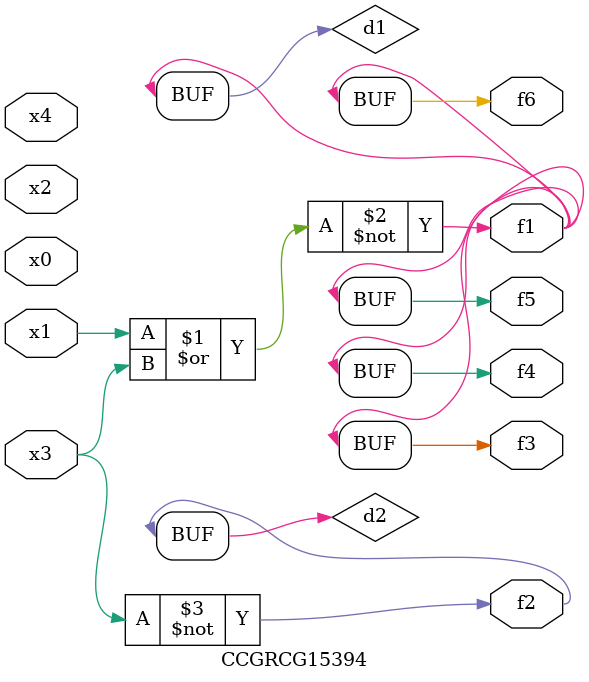
<source format=v>
module CCGRCG15394(
	input x0, x1, x2, x3, x4,
	output f1, f2, f3, f4, f5, f6
);

	wire d1, d2;

	nor (d1, x1, x3);
	not (d2, x3);
	assign f1 = d1;
	assign f2 = d2;
	assign f3 = d1;
	assign f4 = d1;
	assign f5 = d1;
	assign f6 = d1;
endmodule

</source>
